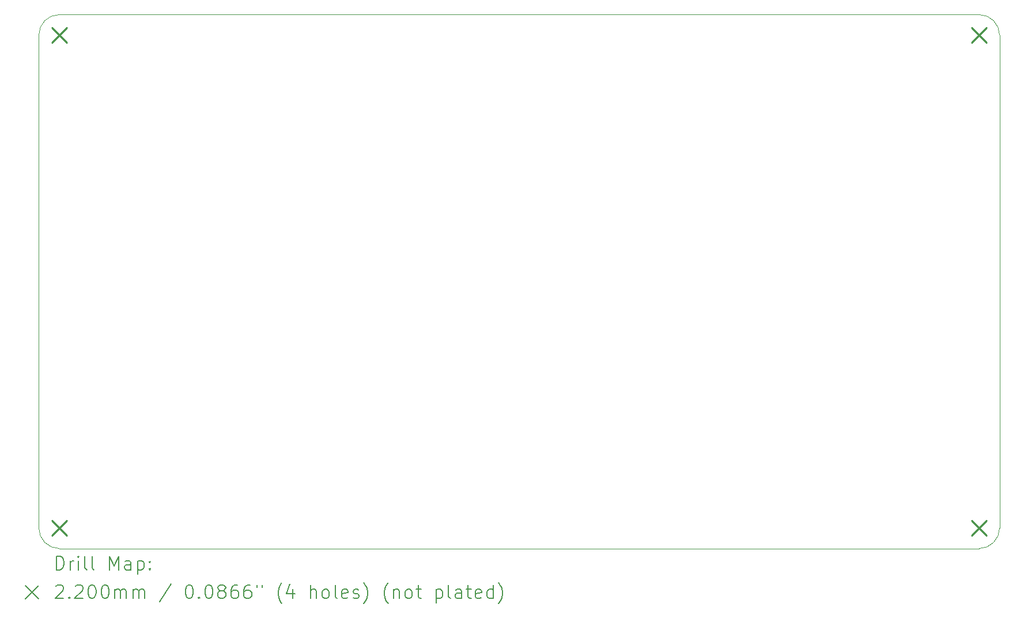
<source format=gbr>
%TF.GenerationSoftware,KiCad,Pcbnew,8.0.4-8.0.4-0~ubuntu22.04.1*%
%TF.CreationDate,2024-08-18T20:01:04-04:00*%
%TF.ProjectId,CS4272-CZZ_Breakout_Board,43533432-3732-42d4-935a-5a5f42726561,rev?*%
%TF.SameCoordinates,Original*%
%TF.FileFunction,Drillmap*%
%TF.FilePolarity,Positive*%
%FSLAX45Y45*%
G04 Gerber Fmt 4.5, Leading zero omitted, Abs format (unit mm)*
G04 Created by KiCad (PCBNEW 8.0.4-8.0.4-0~ubuntu22.04.1) date 2024-08-18 20:01:04*
%MOMM*%
%LPD*%
G01*
G04 APERTURE LIST*
%ADD10C,0.050000*%
%ADD11C,0.200000*%
%ADD12C,0.220000*%
G04 APERTURE END LIST*
D10*
X21732500Y-6135000D02*
G75*
G02*
X22032500Y-6435000I0J-300000D01*
G01*
X8217500Y-6135000D02*
X21732500Y-6135000D01*
X22032500Y-13685000D02*
X22032500Y-6435000D01*
X22032500Y-13685000D02*
G75*
G02*
X21732500Y-13985000I-300000J0D01*
G01*
X8217500Y-13985000D02*
G75*
G02*
X7917500Y-13685000I0J300000D01*
G01*
X7917500Y-13685000D02*
X7917500Y-6435000D01*
X8217500Y-13985000D02*
X21732500Y-13985000D01*
X7917500Y-6435000D02*
G75*
G02*
X8217500Y-6135000I300000J0D01*
G01*
D11*
D12*
X8107500Y-6325000D02*
X8327500Y-6545000D01*
X8327500Y-6325000D02*
X8107500Y-6545000D01*
X8107500Y-13575000D02*
X8327500Y-13795000D01*
X8327500Y-13575000D02*
X8107500Y-13795000D01*
X21622500Y-6325000D02*
X21842500Y-6545000D01*
X21842500Y-6325000D02*
X21622500Y-6545000D01*
X21622500Y-13575000D02*
X21842500Y-13795000D01*
X21842500Y-13575000D02*
X21622500Y-13795000D01*
D11*
X8175777Y-14298984D02*
X8175777Y-14098984D01*
X8175777Y-14098984D02*
X8223396Y-14098984D01*
X8223396Y-14098984D02*
X8251967Y-14108508D01*
X8251967Y-14108508D02*
X8271015Y-14127555D01*
X8271015Y-14127555D02*
X8280539Y-14146603D01*
X8280539Y-14146603D02*
X8290062Y-14184698D01*
X8290062Y-14184698D02*
X8290062Y-14213269D01*
X8290062Y-14213269D02*
X8280539Y-14251365D01*
X8280539Y-14251365D02*
X8271015Y-14270412D01*
X8271015Y-14270412D02*
X8251967Y-14289460D01*
X8251967Y-14289460D02*
X8223396Y-14298984D01*
X8223396Y-14298984D02*
X8175777Y-14298984D01*
X8375777Y-14298984D02*
X8375777Y-14165650D01*
X8375777Y-14203746D02*
X8385301Y-14184698D01*
X8385301Y-14184698D02*
X8394824Y-14175174D01*
X8394824Y-14175174D02*
X8413872Y-14165650D01*
X8413872Y-14165650D02*
X8432920Y-14165650D01*
X8499586Y-14298984D02*
X8499586Y-14165650D01*
X8499586Y-14098984D02*
X8490063Y-14108508D01*
X8490063Y-14108508D02*
X8499586Y-14118031D01*
X8499586Y-14118031D02*
X8509110Y-14108508D01*
X8509110Y-14108508D02*
X8499586Y-14098984D01*
X8499586Y-14098984D02*
X8499586Y-14118031D01*
X8623396Y-14298984D02*
X8604348Y-14289460D01*
X8604348Y-14289460D02*
X8594824Y-14270412D01*
X8594824Y-14270412D02*
X8594824Y-14098984D01*
X8728158Y-14298984D02*
X8709110Y-14289460D01*
X8709110Y-14289460D02*
X8699586Y-14270412D01*
X8699586Y-14270412D02*
X8699586Y-14098984D01*
X8956729Y-14298984D02*
X8956729Y-14098984D01*
X8956729Y-14098984D02*
X9023396Y-14241841D01*
X9023396Y-14241841D02*
X9090063Y-14098984D01*
X9090063Y-14098984D02*
X9090063Y-14298984D01*
X9271015Y-14298984D02*
X9271015Y-14194222D01*
X9271015Y-14194222D02*
X9261491Y-14175174D01*
X9261491Y-14175174D02*
X9242444Y-14165650D01*
X9242444Y-14165650D02*
X9204348Y-14165650D01*
X9204348Y-14165650D02*
X9185301Y-14175174D01*
X9271015Y-14289460D02*
X9251967Y-14298984D01*
X9251967Y-14298984D02*
X9204348Y-14298984D01*
X9204348Y-14298984D02*
X9185301Y-14289460D01*
X9185301Y-14289460D02*
X9175777Y-14270412D01*
X9175777Y-14270412D02*
X9175777Y-14251365D01*
X9175777Y-14251365D02*
X9185301Y-14232317D01*
X9185301Y-14232317D02*
X9204348Y-14222793D01*
X9204348Y-14222793D02*
X9251967Y-14222793D01*
X9251967Y-14222793D02*
X9271015Y-14213269D01*
X9366253Y-14165650D02*
X9366253Y-14365650D01*
X9366253Y-14175174D02*
X9385301Y-14165650D01*
X9385301Y-14165650D02*
X9423396Y-14165650D01*
X9423396Y-14165650D02*
X9442444Y-14175174D01*
X9442444Y-14175174D02*
X9451967Y-14184698D01*
X9451967Y-14184698D02*
X9461491Y-14203746D01*
X9461491Y-14203746D02*
X9461491Y-14260888D01*
X9461491Y-14260888D02*
X9451967Y-14279936D01*
X9451967Y-14279936D02*
X9442444Y-14289460D01*
X9442444Y-14289460D02*
X9423396Y-14298984D01*
X9423396Y-14298984D02*
X9385301Y-14298984D01*
X9385301Y-14298984D02*
X9366253Y-14289460D01*
X9547205Y-14279936D02*
X9556729Y-14289460D01*
X9556729Y-14289460D02*
X9547205Y-14298984D01*
X9547205Y-14298984D02*
X9537682Y-14289460D01*
X9537682Y-14289460D02*
X9547205Y-14279936D01*
X9547205Y-14279936D02*
X9547205Y-14298984D01*
X9547205Y-14175174D02*
X9556729Y-14184698D01*
X9556729Y-14184698D02*
X9547205Y-14194222D01*
X9547205Y-14194222D02*
X9537682Y-14184698D01*
X9537682Y-14184698D02*
X9547205Y-14175174D01*
X9547205Y-14175174D02*
X9547205Y-14194222D01*
X7715000Y-14527500D02*
X7915000Y-14727500D01*
X7915000Y-14527500D02*
X7715000Y-14727500D01*
X8166253Y-14538031D02*
X8175777Y-14528508D01*
X8175777Y-14528508D02*
X8194824Y-14518984D01*
X8194824Y-14518984D02*
X8242443Y-14518984D01*
X8242443Y-14518984D02*
X8261491Y-14528508D01*
X8261491Y-14528508D02*
X8271015Y-14538031D01*
X8271015Y-14538031D02*
X8280539Y-14557079D01*
X8280539Y-14557079D02*
X8280539Y-14576127D01*
X8280539Y-14576127D02*
X8271015Y-14604698D01*
X8271015Y-14604698D02*
X8156729Y-14718984D01*
X8156729Y-14718984D02*
X8280539Y-14718984D01*
X8366253Y-14699936D02*
X8375777Y-14709460D01*
X8375777Y-14709460D02*
X8366253Y-14718984D01*
X8366253Y-14718984D02*
X8356729Y-14709460D01*
X8356729Y-14709460D02*
X8366253Y-14699936D01*
X8366253Y-14699936D02*
X8366253Y-14718984D01*
X8451967Y-14538031D02*
X8461491Y-14528508D01*
X8461491Y-14528508D02*
X8480539Y-14518984D01*
X8480539Y-14518984D02*
X8528158Y-14518984D01*
X8528158Y-14518984D02*
X8547205Y-14528508D01*
X8547205Y-14528508D02*
X8556729Y-14538031D01*
X8556729Y-14538031D02*
X8566253Y-14557079D01*
X8566253Y-14557079D02*
X8566253Y-14576127D01*
X8566253Y-14576127D02*
X8556729Y-14604698D01*
X8556729Y-14604698D02*
X8442444Y-14718984D01*
X8442444Y-14718984D02*
X8566253Y-14718984D01*
X8690063Y-14518984D02*
X8709110Y-14518984D01*
X8709110Y-14518984D02*
X8728158Y-14528508D01*
X8728158Y-14528508D02*
X8737682Y-14538031D01*
X8737682Y-14538031D02*
X8747205Y-14557079D01*
X8747205Y-14557079D02*
X8756729Y-14595174D01*
X8756729Y-14595174D02*
X8756729Y-14642793D01*
X8756729Y-14642793D02*
X8747205Y-14680888D01*
X8747205Y-14680888D02*
X8737682Y-14699936D01*
X8737682Y-14699936D02*
X8728158Y-14709460D01*
X8728158Y-14709460D02*
X8709110Y-14718984D01*
X8709110Y-14718984D02*
X8690063Y-14718984D01*
X8690063Y-14718984D02*
X8671015Y-14709460D01*
X8671015Y-14709460D02*
X8661491Y-14699936D01*
X8661491Y-14699936D02*
X8651967Y-14680888D01*
X8651967Y-14680888D02*
X8642444Y-14642793D01*
X8642444Y-14642793D02*
X8642444Y-14595174D01*
X8642444Y-14595174D02*
X8651967Y-14557079D01*
X8651967Y-14557079D02*
X8661491Y-14538031D01*
X8661491Y-14538031D02*
X8671015Y-14528508D01*
X8671015Y-14528508D02*
X8690063Y-14518984D01*
X8880539Y-14518984D02*
X8899586Y-14518984D01*
X8899586Y-14518984D02*
X8918634Y-14528508D01*
X8918634Y-14528508D02*
X8928158Y-14538031D01*
X8928158Y-14538031D02*
X8937682Y-14557079D01*
X8937682Y-14557079D02*
X8947205Y-14595174D01*
X8947205Y-14595174D02*
X8947205Y-14642793D01*
X8947205Y-14642793D02*
X8937682Y-14680888D01*
X8937682Y-14680888D02*
X8928158Y-14699936D01*
X8928158Y-14699936D02*
X8918634Y-14709460D01*
X8918634Y-14709460D02*
X8899586Y-14718984D01*
X8899586Y-14718984D02*
X8880539Y-14718984D01*
X8880539Y-14718984D02*
X8861491Y-14709460D01*
X8861491Y-14709460D02*
X8851967Y-14699936D01*
X8851967Y-14699936D02*
X8842444Y-14680888D01*
X8842444Y-14680888D02*
X8832920Y-14642793D01*
X8832920Y-14642793D02*
X8832920Y-14595174D01*
X8832920Y-14595174D02*
X8842444Y-14557079D01*
X8842444Y-14557079D02*
X8851967Y-14538031D01*
X8851967Y-14538031D02*
X8861491Y-14528508D01*
X8861491Y-14528508D02*
X8880539Y-14518984D01*
X9032920Y-14718984D02*
X9032920Y-14585650D01*
X9032920Y-14604698D02*
X9042444Y-14595174D01*
X9042444Y-14595174D02*
X9061491Y-14585650D01*
X9061491Y-14585650D02*
X9090063Y-14585650D01*
X9090063Y-14585650D02*
X9109110Y-14595174D01*
X9109110Y-14595174D02*
X9118634Y-14614222D01*
X9118634Y-14614222D02*
X9118634Y-14718984D01*
X9118634Y-14614222D02*
X9128158Y-14595174D01*
X9128158Y-14595174D02*
X9147205Y-14585650D01*
X9147205Y-14585650D02*
X9175777Y-14585650D01*
X9175777Y-14585650D02*
X9194825Y-14595174D01*
X9194825Y-14595174D02*
X9204348Y-14614222D01*
X9204348Y-14614222D02*
X9204348Y-14718984D01*
X9299586Y-14718984D02*
X9299586Y-14585650D01*
X9299586Y-14604698D02*
X9309110Y-14595174D01*
X9309110Y-14595174D02*
X9328158Y-14585650D01*
X9328158Y-14585650D02*
X9356729Y-14585650D01*
X9356729Y-14585650D02*
X9375777Y-14595174D01*
X9375777Y-14595174D02*
X9385301Y-14614222D01*
X9385301Y-14614222D02*
X9385301Y-14718984D01*
X9385301Y-14614222D02*
X9394825Y-14595174D01*
X9394825Y-14595174D02*
X9413872Y-14585650D01*
X9413872Y-14585650D02*
X9442444Y-14585650D01*
X9442444Y-14585650D02*
X9461491Y-14595174D01*
X9461491Y-14595174D02*
X9471015Y-14614222D01*
X9471015Y-14614222D02*
X9471015Y-14718984D01*
X9861491Y-14509460D02*
X9690063Y-14766603D01*
X10118634Y-14518984D02*
X10137682Y-14518984D01*
X10137682Y-14518984D02*
X10156729Y-14528508D01*
X10156729Y-14528508D02*
X10166253Y-14538031D01*
X10166253Y-14538031D02*
X10175777Y-14557079D01*
X10175777Y-14557079D02*
X10185301Y-14595174D01*
X10185301Y-14595174D02*
X10185301Y-14642793D01*
X10185301Y-14642793D02*
X10175777Y-14680888D01*
X10175777Y-14680888D02*
X10166253Y-14699936D01*
X10166253Y-14699936D02*
X10156729Y-14709460D01*
X10156729Y-14709460D02*
X10137682Y-14718984D01*
X10137682Y-14718984D02*
X10118634Y-14718984D01*
X10118634Y-14718984D02*
X10099587Y-14709460D01*
X10099587Y-14709460D02*
X10090063Y-14699936D01*
X10090063Y-14699936D02*
X10080539Y-14680888D01*
X10080539Y-14680888D02*
X10071015Y-14642793D01*
X10071015Y-14642793D02*
X10071015Y-14595174D01*
X10071015Y-14595174D02*
X10080539Y-14557079D01*
X10080539Y-14557079D02*
X10090063Y-14538031D01*
X10090063Y-14538031D02*
X10099587Y-14528508D01*
X10099587Y-14528508D02*
X10118634Y-14518984D01*
X10271015Y-14699936D02*
X10280539Y-14709460D01*
X10280539Y-14709460D02*
X10271015Y-14718984D01*
X10271015Y-14718984D02*
X10261491Y-14709460D01*
X10261491Y-14709460D02*
X10271015Y-14699936D01*
X10271015Y-14699936D02*
X10271015Y-14718984D01*
X10404348Y-14518984D02*
X10423396Y-14518984D01*
X10423396Y-14518984D02*
X10442444Y-14528508D01*
X10442444Y-14528508D02*
X10451968Y-14538031D01*
X10451968Y-14538031D02*
X10461491Y-14557079D01*
X10461491Y-14557079D02*
X10471015Y-14595174D01*
X10471015Y-14595174D02*
X10471015Y-14642793D01*
X10471015Y-14642793D02*
X10461491Y-14680888D01*
X10461491Y-14680888D02*
X10451968Y-14699936D01*
X10451968Y-14699936D02*
X10442444Y-14709460D01*
X10442444Y-14709460D02*
X10423396Y-14718984D01*
X10423396Y-14718984D02*
X10404348Y-14718984D01*
X10404348Y-14718984D02*
X10385301Y-14709460D01*
X10385301Y-14709460D02*
X10375777Y-14699936D01*
X10375777Y-14699936D02*
X10366253Y-14680888D01*
X10366253Y-14680888D02*
X10356729Y-14642793D01*
X10356729Y-14642793D02*
X10356729Y-14595174D01*
X10356729Y-14595174D02*
X10366253Y-14557079D01*
X10366253Y-14557079D02*
X10375777Y-14538031D01*
X10375777Y-14538031D02*
X10385301Y-14528508D01*
X10385301Y-14528508D02*
X10404348Y-14518984D01*
X10585301Y-14604698D02*
X10566253Y-14595174D01*
X10566253Y-14595174D02*
X10556729Y-14585650D01*
X10556729Y-14585650D02*
X10547206Y-14566603D01*
X10547206Y-14566603D02*
X10547206Y-14557079D01*
X10547206Y-14557079D02*
X10556729Y-14538031D01*
X10556729Y-14538031D02*
X10566253Y-14528508D01*
X10566253Y-14528508D02*
X10585301Y-14518984D01*
X10585301Y-14518984D02*
X10623396Y-14518984D01*
X10623396Y-14518984D02*
X10642444Y-14528508D01*
X10642444Y-14528508D02*
X10651968Y-14538031D01*
X10651968Y-14538031D02*
X10661491Y-14557079D01*
X10661491Y-14557079D02*
X10661491Y-14566603D01*
X10661491Y-14566603D02*
X10651968Y-14585650D01*
X10651968Y-14585650D02*
X10642444Y-14595174D01*
X10642444Y-14595174D02*
X10623396Y-14604698D01*
X10623396Y-14604698D02*
X10585301Y-14604698D01*
X10585301Y-14604698D02*
X10566253Y-14614222D01*
X10566253Y-14614222D02*
X10556729Y-14623746D01*
X10556729Y-14623746D02*
X10547206Y-14642793D01*
X10547206Y-14642793D02*
X10547206Y-14680888D01*
X10547206Y-14680888D02*
X10556729Y-14699936D01*
X10556729Y-14699936D02*
X10566253Y-14709460D01*
X10566253Y-14709460D02*
X10585301Y-14718984D01*
X10585301Y-14718984D02*
X10623396Y-14718984D01*
X10623396Y-14718984D02*
X10642444Y-14709460D01*
X10642444Y-14709460D02*
X10651968Y-14699936D01*
X10651968Y-14699936D02*
X10661491Y-14680888D01*
X10661491Y-14680888D02*
X10661491Y-14642793D01*
X10661491Y-14642793D02*
X10651968Y-14623746D01*
X10651968Y-14623746D02*
X10642444Y-14614222D01*
X10642444Y-14614222D02*
X10623396Y-14604698D01*
X10832920Y-14518984D02*
X10794825Y-14518984D01*
X10794825Y-14518984D02*
X10775777Y-14528508D01*
X10775777Y-14528508D02*
X10766253Y-14538031D01*
X10766253Y-14538031D02*
X10747206Y-14566603D01*
X10747206Y-14566603D02*
X10737682Y-14604698D01*
X10737682Y-14604698D02*
X10737682Y-14680888D01*
X10737682Y-14680888D02*
X10747206Y-14699936D01*
X10747206Y-14699936D02*
X10756729Y-14709460D01*
X10756729Y-14709460D02*
X10775777Y-14718984D01*
X10775777Y-14718984D02*
X10813872Y-14718984D01*
X10813872Y-14718984D02*
X10832920Y-14709460D01*
X10832920Y-14709460D02*
X10842444Y-14699936D01*
X10842444Y-14699936D02*
X10851968Y-14680888D01*
X10851968Y-14680888D02*
X10851968Y-14633269D01*
X10851968Y-14633269D02*
X10842444Y-14614222D01*
X10842444Y-14614222D02*
X10832920Y-14604698D01*
X10832920Y-14604698D02*
X10813872Y-14595174D01*
X10813872Y-14595174D02*
X10775777Y-14595174D01*
X10775777Y-14595174D02*
X10756729Y-14604698D01*
X10756729Y-14604698D02*
X10747206Y-14614222D01*
X10747206Y-14614222D02*
X10737682Y-14633269D01*
X11023396Y-14518984D02*
X10985301Y-14518984D01*
X10985301Y-14518984D02*
X10966253Y-14528508D01*
X10966253Y-14528508D02*
X10956729Y-14538031D01*
X10956729Y-14538031D02*
X10937682Y-14566603D01*
X10937682Y-14566603D02*
X10928158Y-14604698D01*
X10928158Y-14604698D02*
X10928158Y-14680888D01*
X10928158Y-14680888D02*
X10937682Y-14699936D01*
X10937682Y-14699936D02*
X10947206Y-14709460D01*
X10947206Y-14709460D02*
X10966253Y-14718984D01*
X10966253Y-14718984D02*
X11004349Y-14718984D01*
X11004349Y-14718984D02*
X11023396Y-14709460D01*
X11023396Y-14709460D02*
X11032920Y-14699936D01*
X11032920Y-14699936D02*
X11042444Y-14680888D01*
X11042444Y-14680888D02*
X11042444Y-14633269D01*
X11042444Y-14633269D02*
X11032920Y-14614222D01*
X11032920Y-14614222D02*
X11023396Y-14604698D01*
X11023396Y-14604698D02*
X11004349Y-14595174D01*
X11004349Y-14595174D02*
X10966253Y-14595174D01*
X10966253Y-14595174D02*
X10947206Y-14604698D01*
X10947206Y-14604698D02*
X10937682Y-14614222D01*
X10937682Y-14614222D02*
X10928158Y-14633269D01*
X11118634Y-14518984D02*
X11118634Y-14557079D01*
X11194825Y-14518984D02*
X11194825Y-14557079D01*
X11490063Y-14795174D02*
X11480539Y-14785650D01*
X11480539Y-14785650D02*
X11461491Y-14757079D01*
X11461491Y-14757079D02*
X11451968Y-14738031D01*
X11451968Y-14738031D02*
X11442444Y-14709460D01*
X11442444Y-14709460D02*
X11432920Y-14661841D01*
X11432920Y-14661841D02*
X11432920Y-14623746D01*
X11432920Y-14623746D02*
X11442444Y-14576127D01*
X11442444Y-14576127D02*
X11451968Y-14547555D01*
X11451968Y-14547555D02*
X11461491Y-14528508D01*
X11461491Y-14528508D02*
X11480539Y-14499936D01*
X11480539Y-14499936D02*
X11490063Y-14490412D01*
X11651968Y-14585650D02*
X11651968Y-14718984D01*
X11604348Y-14509460D02*
X11556729Y-14652317D01*
X11556729Y-14652317D02*
X11680539Y-14652317D01*
X11909110Y-14718984D02*
X11909110Y-14518984D01*
X11994825Y-14718984D02*
X11994825Y-14614222D01*
X11994825Y-14614222D02*
X11985301Y-14595174D01*
X11985301Y-14595174D02*
X11966253Y-14585650D01*
X11966253Y-14585650D02*
X11937682Y-14585650D01*
X11937682Y-14585650D02*
X11918634Y-14595174D01*
X11918634Y-14595174D02*
X11909110Y-14604698D01*
X12118634Y-14718984D02*
X12099587Y-14709460D01*
X12099587Y-14709460D02*
X12090063Y-14699936D01*
X12090063Y-14699936D02*
X12080539Y-14680888D01*
X12080539Y-14680888D02*
X12080539Y-14623746D01*
X12080539Y-14623746D02*
X12090063Y-14604698D01*
X12090063Y-14604698D02*
X12099587Y-14595174D01*
X12099587Y-14595174D02*
X12118634Y-14585650D01*
X12118634Y-14585650D02*
X12147206Y-14585650D01*
X12147206Y-14585650D02*
X12166253Y-14595174D01*
X12166253Y-14595174D02*
X12175777Y-14604698D01*
X12175777Y-14604698D02*
X12185301Y-14623746D01*
X12185301Y-14623746D02*
X12185301Y-14680888D01*
X12185301Y-14680888D02*
X12175777Y-14699936D01*
X12175777Y-14699936D02*
X12166253Y-14709460D01*
X12166253Y-14709460D02*
X12147206Y-14718984D01*
X12147206Y-14718984D02*
X12118634Y-14718984D01*
X12299587Y-14718984D02*
X12280539Y-14709460D01*
X12280539Y-14709460D02*
X12271015Y-14690412D01*
X12271015Y-14690412D02*
X12271015Y-14518984D01*
X12451968Y-14709460D02*
X12432920Y-14718984D01*
X12432920Y-14718984D02*
X12394825Y-14718984D01*
X12394825Y-14718984D02*
X12375777Y-14709460D01*
X12375777Y-14709460D02*
X12366253Y-14690412D01*
X12366253Y-14690412D02*
X12366253Y-14614222D01*
X12366253Y-14614222D02*
X12375777Y-14595174D01*
X12375777Y-14595174D02*
X12394825Y-14585650D01*
X12394825Y-14585650D02*
X12432920Y-14585650D01*
X12432920Y-14585650D02*
X12451968Y-14595174D01*
X12451968Y-14595174D02*
X12461491Y-14614222D01*
X12461491Y-14614222D02*
X12461491Y-14633269D01*
X12461491Y-14633269D02*
X12366253Y-14652317D01*
X12537682Y-14709460D02*
X12556730Y-14718984D01*
X12556730Y-14718984D02*
X12594825Y-14718984D01*
X12594825Y-14718984D02*
X12613872Y-14709460D01*
X12613872Y-14709460D02*
X12623396Y-14690412D01*
X12623396Y-14690412D02*
X12623396Y-14680888D01*
X12623396Y-14680888D02*
X12613872Y-14661841D01*
X12613872Y-14661841D02*
X12594825Y-14652317D01*
X12594825Y-14652317D02*
X12566253Y-14652317D01*
X12566253Y-14652317D02*
X12547206Y-14642793D01*
X12547206Y-14642793D02*
X12537682Y-14623746D01*
X12537682Y-14623746D02*
X12537682Y-14614222D01*
X12537682Y-14614222D02*
X12547206Y-14595174D01*
X12547206Y-14595174D02*
X12566253Y-14585650D01*
X12566253Y-14585650D02*
X12594825Y-14585650D01*
X12594825Y-14585650D02*
X12613872Y-14595174D01*
X12690063Y-14795174D02*
X12699587Y-14785650D01*
X12699587Y-14785650D02*
X12718634Y-14757079D01*
X12718634Y-14757079D02*
X12728158Y-14738031D01*
X12728158Y-14738031D02*
X12737682Y-14709460D01*
X12737682Y-14709460D02*
X12747206Y-14661841D01*
X12747206Y-14661841D02*
X12747206Y-14623746D01*
X12747206Y-14623746D02*
X12737682Y-14576127D01*
X12737682Y-14576127D02*
X12728158Y-14547555D01*
X12728158Y-14547555D02*
X12718634Y-14528508D01*
X12718634Y-14528508D02*
X12699587Y-14499936D01*
X12699587Y-14499936D02*
X12690063Y-14490412D01*
X13051968Y-14795174D02*
X13042444Y-14785650D01*
X13042444Y-14785650D02*
X13023396Y-14757079D01*
X13023396Y-14757079D02*
X13013872Y-14738031D01*
X13013872Y-14738031D02*
X13004349Y-14709460D01*
X13004349Y-14709460D02*
X12994825Y-14661841D01*
X12994825Y-14661841D02*
X12994825Y-14623746D01*
X12994825Y-14623746D02*
X13004349Y-14576127D01*
X13004349Y-14576127D02*
X13013872Y-14547555D01*
X13013872Y-14547555D02*
X13023396Y-14528508D01*
X13023396Y-14528508D02*
X13042444Y-14499936D01*
X13042444Y-14499936D02*
X13051968Y-14490412D01*
X13128158Y-14585650D02*
X13128158Y-14718984D01*
X13128158Y-14604698D02*
X13137682Y-14595174D01*
X13137682Y-14595174D02*
X13156730Y-14585650D01*
X13156730Y-14585650D02*
X13185301Y-14585650D01*
X13185301Y-14585650D02*
X13204349Y-14595174D01*
X13204349Y-14595174D02*
X13213872Y-14614222D01*
X13213872Y-14614222D02*
X13213872Y-14718984D01*
X13337682Y-14718984D02*
X13318634Y-14709460D01*
X13318634Y-14709460D02*
X13309111Y-14699936D01*
X13309111Y-14699936D02*
X13299587Y-14680888D01*
X13299587Y-14680888D02*
X13299587Y-14623746D01*
X13299587Y-14623746D02*
X13309111Y-14604698D01*
X13309111Y-14604698D02*
X13318634Y-14595174D01*
X13318634Y-14595174D02*
X13337682Y-14585650D01*
X13337682Y-14585650D02*
X13366253Y-14585650D01*
X13366253Y-14585650D02*
X13385301Y-14595174D01*
X13385301Y-14595174D02*
X13394825Y-14604698D01*
X13394825Y-14604698D02*
X13404349Y-14623746D01*
X13404349Y-14623746D02*
X13404349Y-14680888D01*
X13404349Y-14680888D02*
X13394825Y-14699936D01*
X13394825Y-14699936D02*
X13385301Y-14709460D01*
X13385301Y-14709460D02*
X13366253Y-14718984D01*
X13366253Y-14718984D02*
X13337682Y-14718984D01*
X13461492Y-14585650D02*
X13537682Y-14585650D01*
X13490063Y-14518984D02*
X13490063Y-14690412D01*
X13490063Y-14690412D02*
X13499587Y-14709460D01*
X13499587Y-14709460D02*
X13518634Y-14718984D01*
X13518634Y-14718984D02*
X13537682Y-14718984D01*
X13756730Y-14585650D02*
X13756730Y-14785650D01*
X13756730Y-14595174D02*
X13775777Y-14585650D01*
X13775777Y-14585650D02*
X13813873Y-14585650D01*
X13813873Y-14585650D02*
X13832920Y-14595174D01*
X13832920Y-14595174D02*
X13842444Y-14604698D01*
X13842444Y-14604698D02*
X13851968Y-14623746D01*
X13851968Y-14623746D02*
X13851968Y-14680888D01*
X13851968Y-14680888D02*
X13842444Y-14699936D01*
X13842444Y-14699936D02*
X13832920Y-14709460D01*
X13832920Y-14709460D02*
X13813873Y-14718984D01*
X13813873Y-14718984D02*
X13775777Y-14718984D01*
X13775777Y-14718984D02*
X13756730Y-14709460D01*
X13966253Y-14718984D02*
X13947206Y-14709460D01*
X13947206Y-14709460D02*
X13937682Y-14690412D01*
X13937682Y-14690412D02*
X13937682Y-14518984D01*
X14128158Y-14718984D02*
X14128158Y-14614222D01*
X14128158Y-14614222D02*
X14118634Y-14595174D01*
X14118634Y-14595174D02*
X14099587Y-14585650D01*
X14099587Y-14585650D02*
X14061492Y-14585650D01*
X14061492Y-14585650D02*
X14042444Y-14595174D01*
X14128158Y-14709460D02*
X14109111Y-14718984D01*
X14109111Y-14718984D02*
X14061492Y-14718984D01*
X14061492Y-14718984D02*
X14042444Y-14709460D01*
X14042444Y-14709460D02*
X14032920Y-14690412D01*
X14032920Y-14690412D02*
X14032920Y-14671365D01*
X14032920Y-14671365D02*
X14042444Y-14652317D01*
X14042444Y-14652317D02*
X14061492Y-14642793D01*
X14061492Y-14642793D02*
X14109111Y-14642793D01*
X14109111Y-14642793D02*
X14128158Y-14633269D01*
X14194825Y-14585650D02*
X14271015Y-14585650D01*
X14223396Y-14518984D02*
X14223396Y-14690412D01*
X14223396Y-14690412D02*
X14232920Y-14709460D01*
X14232920Y-14709460D02*
X14251968Y-14718984D01*
X14251968Y-14718984D02*
X14271015Y-14718984D01*
X14413873Y-14709460D02*
X14394825Y-14718984D01*
X14394825Y-14718984D02*
X14356730Y-14718984D01*
X14356730Y-14718984D02*
X14337682Y-14709460D01*
X14337682Y-14709460D02*
X14328158Y-14690412D01*
X14328158Y-14690412D02*
X14328158Y-14614222D01*
X14328158Y-14614222D02*
X14337682Y-14595174D01*
X14337682Y-14595174D02*
X14356730Y-14585650D01*
X14356730Y-14585650D02*
X14394825Y-14585650D01*
X14394825Y-14585650D02*
X14413873Y-14595174D01*
X14413873Y-14595174D02*
X14423396Y-14614222D01*
X14423396Y-14614222D02*
X14423396Y-14633269D01*
X14423396Y-14633269D02*
X14328158Y-14652317D01*
X14594825Y-14718984D02*
X14594825Y-14518984D01*
X14594825Y-14709460D02*
X14575777Y-14718984D01*
X14575777Y-14718984D02*
X14537682Y-14718984D01*
X14537682Y-14718984D02*
X14518634Y-14709460D01*
X14518634Y-14709460D02*
X14509111Y-14699936D01*
X14509111Y-14699936D02*
X14499587Y-14680888D01*
X14499587Y-14680888D02*
X14499587Y-14623746D01*
X14499587Y-14623746D02*
X14509111Y-14604698D01*
X14509111Y-14604698D02*
X14518634Y-14595174D01*
X14518634Y-14595174D02*
X14537682Y-14585650D01*
X14537682Y-14585650D02*
X14575777Y-14585650D01*
X14575777Y-14585650D02*
X14594825Y-14595174D01*
X14671015Y-14795174D02*
X14680539Y-14785650D01*
X14680539Y-14785650D02*
X14699587Y-14757079D01*
X14699587Y-14757079D02*
X14709111Y-14738031D01*
X14709111Y-14738031D02*
X14718634Y-14709460D01*
X14718634Y-14709460D02*
X14728158Y-14661841D01*
X14728158Y-14661841D02*
X14728158Y-14623746D01*
X14728158Y-14623746D02*
X14718634Y-14576127D01*
X14718634Y-14576127D02*
X14709111Y-14547555D01*
X14709111Y-14547555D02*
X14699587Y-14528508D01*
X14699587Y-14528508D02*
X14680539Y-14499936D01*
X14680539Y-14499936D02*
X14671015Y-14490412D01*
M02*

</source>
